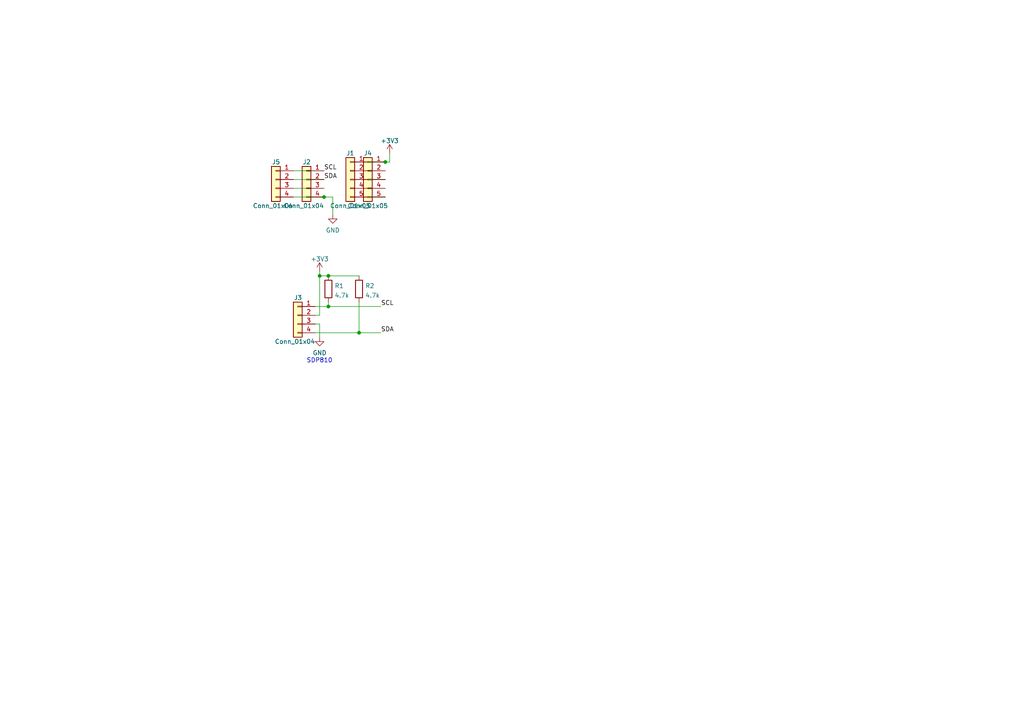
<source format=kicad_sch>
(kicad_sch (version 20211123) (generator eeschema)
  (paper "A4")
  (lib_symbols
    (symbol "Connector_Generic:Conn_01x04" (pin_names (offset 1.016) hide)
      (property "Reference" "J" (at 0 5.08 0))
      (property "Value" "Conn_01x04" (at 0 -7.62 0))
      (symbol "Conn_01x04_1_1"
        (rectangle (start -1.27 -4.953) (end 0 -5.207) (stroke (width 0.1524)))
        (rectangle (start -1.27 -2.413) (end 0 -2.667) (stroke (width 0.1524)))
        (rectangle (start -1.27 0.127) (end 0 -0.127) (stroke (width 0.1524)))
        (rectangle (start -1.27 2.667) (end 0 2.413) (stroke (width 0.1524)))
        (rectangle (start -1.27 3.81) (end 1.27 -6.35) (stroke (width 0.254)) (fill (type background)))
        (pin passive line (at -5.08 2.54 0) (length 3.81) (name "Pin_1") (number "1"))
        (pin passive line (at -5.08 0 0) (length 3.81) (name "Pin_2") (number "2"))
        (pin passive line (at -5.08 -2.54 0) (length 3.81) (name "Pin_3") (number "3"))
        (pin passive line (at -5.08 -5.08 0) (length 3.81) (name "Pin_4") (number "4"))
      )
    )
    (symbol "Connector_Generic:Conn_01x05" (pin_names (offset 1.016) hide)
      (property "Reference" "J" (at 0 7.62 0))
      (property "Value" "Conn_01x05" (at 0 -7.62 0))
      (symbol "Conn_01x05_1_1"
        (rectangle (start -1.27 -4.953) (end 0 -5.207) (stroke (width 0.1524)))
        (rectangle (start -1.27 -2.413) (end 0 -2.667) (stroke (width 0.1524)))
        (rectangle (start -1.27 0.127) (end 0 -0.127) (stroke (width 0.1524)))
        (rectangle (start -1.27 2.667) (end 0 2.413) (stroke (width 0.1524)))
        (rectangle (start -1.27 5.207) (end 0 4.953) (stroke (width 0.1524)))
        (rectangle (start -1.27 6.35) (end 1.27 -6.35) (stroke (width 0.254)) (fill (type background)))
        (pin passive line (at -5.08 5.08 0) (length 3.81) (name "Pin_1") (number "1"))
        (pin passive line (at -5.08 2.54 0) (length 3.81) (name "Pin_2") (number "2"))
        (pin passive line (at -5.08 0 0) (length 3.81) (name "Pin_3") (number "3"))
        (pin passive line (at -5.08 -2.54 0) (length 3.81) (name "Pin_4") (number "4"))
        (pin passive line (at -5.08 -5.08 0) (length 3.81) (name "Pin_5") (number "5"))
      )
    )
    (symbol "Device:R" (pin_numbers hide) (pin_names (offset 0))
      (property "Reference" "R" (at 2.032 0 90))
      (property "Value" "R" (at 0 0 90))
      (symbol "R_0_1"
        (rectangle (start -1.016 -2.54) (end 1.016 2.54) (stroke (width 0.254)))
      )
      (symbol "R_1_1"
        (pin passive line (at 0 3.81 270) (length 1.27) (name "~") (number "1"))
        (pin passive line (at 0 -3.81 90) (length 1.27) (name "~") (number "2"))
      )
    )
    (symbol "power:+3V3" (power) (pin_names (offset 0))
      (property "Value" "+3V3" (at 0 3.556 0))
      (symbol "+3V3_0_1"
        (polyline (pts (xy -0.762 1.27) (xy 0 2.54)))
        (polyline (pts (xy 0 0) (xy 0 2.54)))
        (polyline (pts (xy 0 2.54) (xy 0.762 1.27)))
      )
      (symbol "+3V3_1_1"
        (pin power_in line (at 0 0 90) (length 0) hide (name "+3V3") (number "1"))
      )
    )
    (symbol "power:GND" (power) (pin_names (offset 0))
      (property "Value" "GND" (at 0 -3.81 0))
      (symbol "GND_0_1"
        (polyline (pts (xy 0 0) (xy 0 -1.27) (xy 1.27 -1.27) (xy 0 -2.54) (xy -1.27 -1.27) (xy 0 -1.27)))
      )
      (symbol "GND_1_1"
        (pin power_in line (at 0 0 270) (length 0) hide (name "GND") (number "1"))
      )
    )
  )
  (junction (at 92.71 80.01))
  (junction (at 95.25 88.9))
  (junction (at 104.14 96.52))
  (junction (at 95.25 80.01))
  (junction (at 93.98 57.15))
  (junction (at 111.76 46.99))
  (wire (pts (xy 92.71 78.74) (xy 92.71 80.01)))
  (wire (pts (xy 85.09 57.15) (xy 93.98 57.15)))
  (wire (pts (xy 106.68 54.61) (xy 111.76 54.61)))
  (wire (pts (xy 91.44 96.52) (xy 104.14 96.52)))
  (wire (pts (xy 91.44 88.9) (xy 95.25 88.9)))
  (wire (pts (xy 106.68 57.15) (xy 111.76 57.15)))
  (wire (pts (xy 92.71 93.98) (xy 92.71 97.79)))
  (wire (pts (xy 104.14 96.52) (xy 110.49 96.52)))
  (wire (pts (xy 93.98 57.15) (xy 96.52 57.15)))
  (wire (pts (xy 91.44 91.44) (xy 92.71 91.44)))
  (wire (pts (xy 95.25 88.9) (xy 110.49 88.9)))
  (wire (pts (xy 111.76 46.99) (xy 113.03 46.99)))
  (wire (pts (xy 92.71 80.01) (xy 92.71 91.44)))
  (wire (pts (xy 106.68 46.99) (xy 111.76 46.99)))
  (wire (pts (xy 85.09 49.53) (xy 93.98 49.53)))
  (wire (pts (xy 96.52 57.15) (xy 96.52 62.23)))
  (wire (pts (xy 85.09 54.61) (xy 93.98 54.61)))
  (wire (pts (xy 92.71 80.01) (xy 95.25 80.01)))
  (wire (pts (xy 113.03 46.99) (xy 113.03 44.45)))
  (wire (pts (xy 104.14 87.63) (xy 104.14 96.52)))
  (wire (pts (xy 106.68 49.53) (xy 111.76 49.53)))
  (wire (pts (xy 106.68 52.07) (xy 111.76 52.07)))
  (wire (pts (xy 95.25 88.9) (xy 95.25 87.63)))
  (wire (pts (xy 95.25 80.01) (xy 104.14 80.01)))
  (wire (pts (xy 91.44 93.98) (xy 92.71 93.98)))
  (wire (pts (xy 85.09 52.07) (xy 93.98 52.07)))
  (text "SDP810" (at 88.9 105.41 0) (effects (font (size 1.27 1.27)) (justify left bottom)))
  (label "SDA" (at 110.49 96.52 0))
  (label "SCL" (at 110.49 88.9 0))
  (label "SCL" (at 93.98 49.53 0))
  (label "SDA" (at 93.98 52.07 0))
  (symbol (lib_id "Connector_Generic:Conn_01x04") (at 88.9 52.07 0) (mirror y) (unit 1)
    (property "Reference" "J2" (at 90.17 46.99 0) (effects (justify left)))
    (property "Value" "Conn_01x04" (at 93.98 59.69 0) (effects (justify left)))
    (property "Footprint" "Connector_PinHeader_2.54mm:PinHeader_1x04_P2.54mm_Vertical" (effects hide))
  )
  (symbol (lib_id "power:GND") (at 92.71 97.79 0) (unit 1)
    (property "Reference" "#PWR04" (effects hide))
    (property "Value" "GND" (at 92.71 102.3525 0))
  )
  (symbol (lib_id "power:+3V3") (at 113.03 44.45 0) (unit 1)
    (property "Reference" "#PWR01" (effects hide))
    (property "Value" "+3V3" (at 113.03 40.8455 0))
  )
  (symbol (lib_id "Device:R") (at 104.14 83.82 0) (unit 1)
    (property "Reference" "R2" (at 105.918 82.9115 0) (effects (justify left)))
    (property "Value" "4.7k" (at 105.918 85.6866 0) (effects (justify left)))
    (property "Footprint" "Resistor_SMD:R_0603_1608Metric" (effects hide))
  )
  (symbol (lib_id "Connector_Generic:Conn_01x05") (at 106.68 52.07 0) (mirror y) (unit 1)
    (property "Reference" "J4" (at 106.68 44.45 0))
    (property "Value" "Conn_01x05" (at 106.68 59.69 0))
    (property "Footprint" "Connector_PinHeader_2.54mm:PinHeader_1x05_P2.54mm_Vertical" (effects hide))
  )
  (symbol (lib_id "Device:R") (at 95.25 83.82 0) (unit 1)
    (property "Reference" "R1" (at 97.028 82.9115 0) (effects (justify left)))
    (property "Value" "4.7k" (at 97.028 85.6866 0) (effects (justify left)))
    (property "Footprint" "Resistor_SMD:R_0603_1608Metric" (effects hide))
  )
  (symbol (lib_id "power:+3V3") (at 92.71 78.74 0) (unit 1)
    (property "Reference" "#PWR03" (effects hide))
    (property "Value" "+3V3" (at 92.71 75.1355 0))
  )
  (symbol (lib_id "Connector_Generic:Conn_01x04") (at 86.36 91.44 0) (mirror y) (unit 1)
    (property "Reference" "J3" (at 87.63 86.36 0) (effects (justify left)))
    (property "Value" "Conn_01x04" (at 91.44 99.06 0) (effects (justify left)))
    (property "Footprint" "Connector_PinSocket_2.00mm:PinSocket_1x04_P2.00mm_Vertical" (effects hide))
  )
  (symbol (lib_id "power:GND") (at 96.52 62.23 0) (unit 1)
    (property "Reference" "#PWR02" (effects hide))
    (property "Value" "GND" (at 96.52 66.7925 0))
  )
  (symbol (lib_id "Connector_Generic:Conn_01x05") (at 101.6 52.07 0) (mirror y) (unit 1)
    (property "Reference" "J1" (at 101.6 44.45 0))
    (property "Value" "Conn_01x05" (at 101.6 59.69 0))
    (property "Footprint" "Connector_PinHeader_2.54mm:PinHeader_1x05_P2.54mm_Vertical" (effects hide))
  )
  (symbol (lib_id "Connector_Generic:Conn_01x04") (at 80.01 52.07 0) (mirror y) (unit 1)
    (property "Reference" "J5" (at 81.28 46.99 0) (effects (justify left)))
    (property "Value" "Conn_01x04" (at 85.09 59.69 0) (effects (justify left)))
    (property "Footprint" "Connector_PinHeader_2.54mm:PinHeader_1x04_P2.54mm_Vertical" (effects hide))
  )
)
</source>
